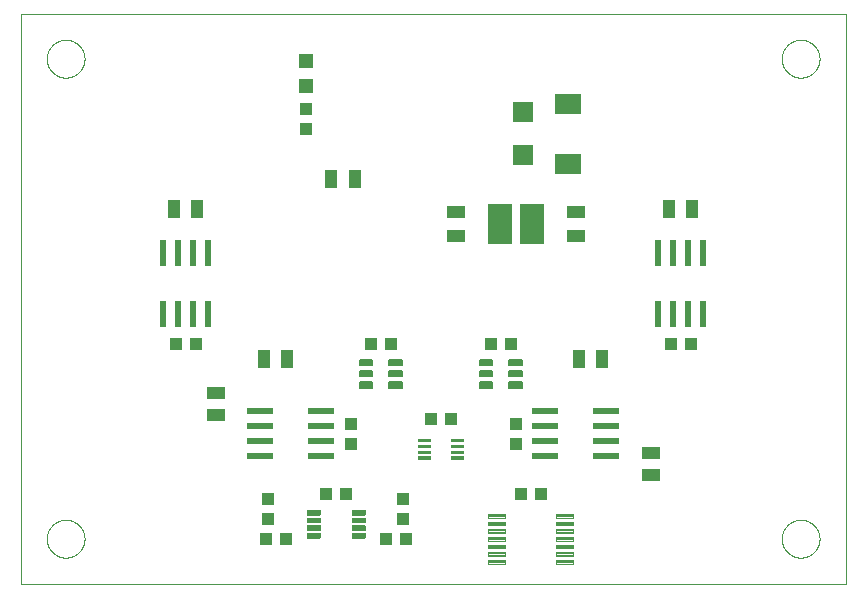
<source format=gtp>
G75*
%MOIN*%
%OFA0B0*%
%FSLAX25Y25*%
%IPPOS*%
%LPD*%
%AMOC8*
5,1,8,0,0,1.08239X$1,22.5*
%
%ADD10C,0.00000*%
%ADD11R,0.06299X0.04331*%
%ADD12R,0.04331X0.03937*%
%ADD13R,0.04331X0.06299*%
%ADD14R,0.03937X0.04331*%
%ADD15R,0.06693X0.06693*%
%ADD16R,0.08661X0.07087*%
%ADD17R,0.04724X0.04724*%
%ADD18R,0.07874X0.13780*%
%ADD19C,0.00404*%
%ADD20C,0.00266*%
%ADD21C,0.00571*%
%ADD22R,0.08661X0.02362*%
%ADD23R,0.02362X0.08661*%
%ADD24C,0.00039*%
D10*
X0001600Y0003690D02*
X0001600Y0193690D01*
X0276600Y0193690D01*
X0276600Y0003690D01*
X0001600Y0003690D01*
X0010301Y0018690D02*
X0010303Y0018848D01*
X0010309Y0019006D01*
X0010319Y0019164D01*
X0010333Y0019322D01*
X0010351Y0019479D01*
X0010372Y0019636D01*
X0010398Y0019792D01*
X0010428Y0019948D01*
X0010461Y0020103D01*
X0010499Y0020256D01*
X0010540Y0020409D01*
X0010585Y0020561D01*
X0010634Y0020712D01*
X0010687Y0020861D01*
X0010743Y0021009D01*
X0010803Y0021155D01*
X0010867Y0021300D01*
X0010935Y0021443D01*
X0011006Y0021585D01*
X0011080Y0021725D01*
X0011158Y0021862D01*
X0011240Y0021998D01*
X0011324Y0022132D01*
X0011413Y0022263D01*
X0011504Y0022392D01*
X0011599Y0022519D01*
X0011696Y0022644D01*
X0011797Y0022766D01*
X0011901Y0022885D01*
X0012008Y0023002D01*
X0012118Y0023116D01*
X0012231Y0023227D01*
X0012346Y0023336D01*
X0012464Y0023441D01*
X0012585Y0023543D01*
X0012708Y0023643D01*
X0012834Y0023739D01*
X0012962Y0023832D01*
X0013092Y0023922D01*
X0013225Y0024008D01*
X0013360Y0024092D01*
X0013496Y0024171D01*
X0013635Y0024248D01*
X0013776Y0024320D01*
X0013918Y0024390D01*
X0014062Y0024455D01*
X0014208Y0024517D01*
X0014355Y0024575D01*
X0014504Y0024630D01*
X0014654Y0024681D01*
X0014805Y0024728D01*
X0014957Y0024771D01*
X0015110Y0024810D01*
X0015265Y0024846D01*
X0015420Y0024877D01*
X0015576Y0024905D01*
X0015732Y0024929D01*
X0015889Y0024949D01*
X0016047Y0024965D01*
X0016204Y0024977D01*
X0016363Y0024985D01*
X0016521Y0024989D01*
X0016679Y0024989D01*
X0016837Y0024985D01*
X0016996Y0024977D01*
X0017153Y0024965D01*
X0017311Y0024949D01*
X0017468Y0024929D01*
X0017624Y0024905D01*
X0017780Y0024877D01*
X0017935Y0024846D01*
X0018090Y0024810D01*
X0018243Y0024771D01*
X0018395Y0024728D01*
X0018546Y0024681D01*
X0018696Y0024630D01*
X0018845Y0024575D01*
X0018992Y0024517D01*
X0019138Y0024455D01*
X0019282Y0024390D01*
X0019424Y0024320D01*
X0019565Y0024248D01*
X0019704Y0024171D01*
X0019840Y0024092D01*
X0019975Y0024008D01*
X0020108Y0023922D01*
X0020238Y0023832D01*
X0020366Y0023739D01*
X0020492Y0023643D01*
X0020615Y0023543D01*
X0020736Y0023441D01*
X0020854Y0023336D01*
X0020969Y0023227D01*
X0021082Y0023116D01*
X0021192Y0023002D01*
X0021299Y0022885D01*
X0021403Y0022766D01*
X0021504Y0022644D01*
X0021601Y0022519D01*
X0021696Y0022392D01*
X0021787Y0022263D01*
X0021876Y0022132D01*
X0021960Y0021998D01*
X0022042Y0021862D01*
X0022120Y0021725D01*
X0022194Y0021585D01*
X0022265Y0021443D01*
X0022333Y0021300D01*
X0022397Y0021155D01*
X0022457Y0021009D01*
X0022513Y0020861D01*
X0022566Y0020712D01*
X0022615Y0020561D01*
X0022660Y0020409D01*
X0022701Y0020256D01*
X0022739Y0020103D01*
X0022772Y0019948D01*
X0022802Y0019792D01*
X0022828Y0019636D01*
X0022849Y0019479D01*
X0022867Y0019322D01*
X0022881Y0019164D01*
X0022891Y0019006D01*
X0022897Y0018848D01*
X0022899Y0018690D01*
X0022897Y0018532D01*
X0022891Y0018374D01*
X0022881Y0018216D01*
X0022867Y0018058D01*
X0022849Y0017901D01*
X0022828Y0017744D01*
X0022802Y0017588D01*
X0022772Y0017432D01*
X0022739Y0017277D01*
X0022701Y0017124D01*
X0022660Y0016971D01*
X0022615Y0016819D01*
X0022566Y0016668D01*
X0022513Y0016519D01*
X0022457Y0016371D01*
X0022397Y0016225D01*
X0022333Y0016080D01*
X0022265Y0015937D01*
X0022194Y0015795D01*
X0022120Y0015655D01*
X0022042Y0015518D01*
X0021960Y0015382D01*
X0021876Y0015248D01*
X0021787Y0015117D01*
X0021696Y0014988D01*
X0021601Y0014861D01*
X0021504Y0014736D01*
X0021403Y0014614D01*
X0021299Y0014495D01*
X0021192Y0014378D01*
X0021082Y0014264D01*
X0020969Y0014153D01*
X0020854Y0014044D01*
X0020736Y0013939D01*
X0020615Y0013837D01*
X0020492Y0013737D01*
X0020366Y0013641D01*
X0020238Y0013548D01*
X0020108Y0013458D01*
X0019975Y0013372D01*
X0019840Y0013288D01*
X0019704Y0013209D01*
X0019565Y0013132D01*
X0019424Y0013060D01*
X0019282Y0012990D01*
X0019138Y0012925D01*
X0018992Y0012863D01*
X0018845Y0012805D01*
X0018696Y0012750D01*
X0018546Y0012699D01*
X0018395Y0012652D01*
X0018243Y0012609D01*
X0018090Y0012570D01*
X0017935Y0012534D01*
X0017780Y0012503D01*
X0017624Y0012475D01*
X0017468Y0012451D01*
X0017311Y0012431D01*
X0017153Y0012415D01*
X0016996Y0012403D01*
X0016837Y0012395D01*
X0016679Y0012391D01*
X0016521Y0012391D01*
X0016363Y0012395D01*
X0016204Y0012403D01*
X0016047Y0012415D01*
X0015889Y0012431D01*
X0015732Y0012451D01*
X0015576Y0012475D01*
X0015420Y0012503D01*
X0015265Y0012534D01*
X0015110Y0012570D01*
X0014957Y0012609D01*
X0014805Y0012652D01*
X0014654Y0012699D01*
X0014504Y0012750D01*
X0014355Y0012805D01*
X0014208Y0012863D01*
X0014062Y0012925D01*
X0013918Y0012990D01*
X0013776Y0013060D01*
X0013635Y0013132D01*
X0013496Y0013209D01*
X0013360Y0013288D01*
X0013225Y0013372D01*
X0013092Y0013458D01*
X0012962Y0013548D01*
X0012834Y0013641D01*
X0012708Y0013737D01*
X0012585Y0013837D01*
X0012464Y0013939D01*
X0012346Y0014044D01*
X0012231Y0014153D01*
X0012118Y0014264D01*
X0012008Y0014378D01*
X0011901Y0014495D01*
X0011797Y0014614D01*
X0011696Y0014736D01*
X0011599Y0014861D01*
X0011504Y0014988D01*
X0011413Y0015117D01*
X0011324Y0015248D01*
X0011240Y0015382D01*
X0011158Y0015518D01*
X0011080Y0015655D01*
X0011006Y0015795D01*
X0010935Y0015937D01*
X0010867Y0016080D01*
X0010803Y0016225D01*
X0010743Y0016371D01*
X0010687Y0016519D01*
X0010634Y0016668D01*
X0010585Y0016819D01*
X0010540Y0016971D01*
X0010499Y0017124D01*
X0010461Y0017277D01*
X0010428Y0017432D01*
X0010398Y0017588D01*
X0010372Y0017744D01*
X0010351Y0017901D01*
X0010333Y0018058D01*
X0010319Y0018216D01*
X0010309Y0018374D01*
X0010303Y0018532D01*
X0010301Y0018690D01*
X0010301Y0178690D02*
X0010303Y0178848D01*
X0010309Y0179006D01*
X0010319Y0179164D01*
X0010333Y0179322D01*
X0010351Y0179479D01*
X0010372Y0179636D01*
X0010398Y0179792D01*
X0010428Y0179948D01*
X0010461Y0180103D01*
X0010499Y0180256D01*
X0010540Y0180409D01*
X0010585Y0180561D01*
X0010634Y0180712D01*
X0010687Y0180861D01*
X0010743Y0181009D01*
X0010803Y0181155D01*
X0010867Y0181300D01*
X0010935Y0181443D01*
X0011006Y0181585D01*
X0011080Y0181725D01*
X0011158Y0181862D01*
X0011240Y0181998D01*
X0011324Y0182132D01*
X0011413Y0182263D01*
X0011504Y0182392D01*
X0011599Y0182519D01*
X0011696Y0182644D01*
X0011797Y0182766D01*
X0011901Y0182885D01*
X0012008Y0183002D01*
X0012118Y0183116D01*
X0012231Y0183227D01*
X0012346Y0183336D01*
X0012464Y0183441D01*
X0012585Y0183543D01*
X0012708Y0183643D01*
X0012834Y0183739D01*
X0012962Y0183832D01*
X0013092Y0183922D01*
X0013225Y0184008D01*
X0013360Y0184092D01*
X0013496Y0184171D01*
X0013635Y0184248D01*
X0013776Y0184320D01*
X0013918Y0184390D01*
X0014062Y0184455D01*
X0014208Y0184517D01*
X0014355Y0184575D01*
X0014504Y0184630D01*
X0014654Y0184681D01*
X0014805Y0184728D01*
X0014957Y0184771D01*
X0015110Y0184810D01*
X0015265Y0184846D01*
X0015420Y0184877D01*
X0015576Y0184905D01*
X0015732Y0184929D01*
X0015889Y0184949D01*
X0016047Y0184965D01*
X0016204Y0184977D01*
X0016363Y0184985D01*
X0016521Y0184989D01*
X0016679Y0184989D01*
X0016837Y0184985D01*
X0016996Y0184977D01*
X0017153Y0184965D01*
X0017311Y0184949D01*
X0017468Y0184929D01*
X0017624Y0184905D01*
X0017780Y0184877D01*
X0017935Y0184846D01*
X0018090Y0184810D01*
X0018243Y0184771D01*
X0018395Y0184728D01*
X0018546Y0184681D01*
X0018696Y0184630D01*
X0018845Y0184575D01*
X0018992Y0184517D01*
X0019138Y0184455D01*
X0019282Y0184390D01*
X0019424Y0184320D01*
X0019565Y0184248D01*
X0019704Y0184171D01*
X0019840Y0184092D01*
X0019975Y0184008D01*
X0020108Y0183922D01*
X0020238Y0183832D01*
X0020366Y0183739D01*
X0020492Y0183643D01*
X0020615Y0183543D01*
X0020736Y0183441D01*
X0020854Y0183336D01*
X0020969Y0183227D01*
X0021082Y0183116D01*
X0021192Y0183002D01*
X0021299Y0182885D01*
X0021403Y0182766D01*
X0021504Y0182644D01*
X0021601Y0182519D01*
X0021696Y0182392D01*
X0021787Y0182263D01*
X0021876Y0182132D01*
X0021960Y0181998D01*
X0022042Y0181862D01*
X0022120Y0181725D01*
X0022194Y0181585D01*
X0022265Y0181443D01*
X0022333Y0181300D01*
X0022397Y0181155D01*
X0022457Y0181009D01*
X0022513Y0180861D01*
X0022566Y0180712D01*
X0022615Y0180561D01*
X0022660Y0180409D01*
X0022701Y0180256D01*
X0022739Y0180103D01*
X0022772Y0179948D01*
X0022802Y0179792D01*
X0022828Y0179636D01*
X0022849Y0179479D01*
X0022867Y0179322D01*
X0022881Y0179164D01*
X0022891Y0179006D01*
X0022897Y0178848D01*
X0022899Y0178690D01*
X0022897Y0178532D01*
X0022891Y0178374D01*
X0022881Y0178216D01*
X0022867Y0178058D01*
X0022849Y0177901D01*
X0022828Y0177744D01*
X0022802Y0177588D01*
X0022772Y0177432D01*
X0022739Y0177277D01*
X0022701Y0177124D01*
X0022660Y0176971D01*
X0022615Y0176819D01*
X0022566Y0176668D01*
X0022513Y0176519D01*
X0022457Y0176371D01*
X0022397Y0176225D01*
X0022333Y0176080D01*
X0022265Y0175937D01*
X0022194Y0175795D01*
X0022120Y0175655D01*
X0022042Y0175518D01*
X0021960Y0175382D01*
X0021876Y0175248D01*
X0021787Y0175117D01*
X0021696Y0174988D01*
X0021601Y0174861D01*
X0021504Y0174736D01*
X0021403Y0174614D01*
X0021299Y0174495D01*
X0021192Y0174378D01*
X0021082Y0174264D01*
X0020969Y0174153D01*
X0020854Y0174044D01*
X0020736Y0173939D01*
X0020615Y0173837D01*
X0020492Y0173737D01*
X0020366Y0173641D01*
X0020238Y0173548D01*
X0020108Y0173458D01*
X0019975Y0173372D01*
X0019840Y0173288D01*
X0019704Y0173209D01*
X0019565Y0173132D01*
X0019424Y0173060D01*
X0019282Y0172990D01*
X0019138Y0172925D01*
X0018992Y0172863D01*
X0018845Y0172805D01*
X0018696Y0172750D01*
X0018546Y0172699D01*
X0018395Y0172652D01*
X0018243Y0172609D01*
X0018090Y0172570D01*
X0017935Y0172534D01*
X0017780Y0172503D01*
X0017624Y0172475D01*
X0017468Y0172451D01*
X0017311Y0172431D01*
X0017153Y0172415D01*
X0016996Y0172403D01*
X0016837Y0172395D01*
X0016679Y0172391D01*
X0016521Y0172391D01*
X0016363Y0172395D01*
X0016204Y0172403D01*
X0016047Y0172415D01*
X0015889Y0172431D01*
X0015732Y0172451D01*
X0015576Y0172475D01*
X0015420Y0172503D01*
X0015265Y0172534D01*
X0015110Y0172570D01*
X0014957Y0172609D01*
X0014805Y0172652D01*
X0014654Y0172699D01*
X0014504Y0172750D01*
X0014355Y0172805D01*
X0014208Y0172863D01*
X0014062Y0172925D01*
X0013918Y0172990D01*
X0013776Y0173060D01*
X0013635Y0173132D01*
X0013496Y0173209D01*
X0013360Y0173288D01*
X0013225Y0173372D01*
X0013092Y0173458D01*
X0012962Y0173548D01*
X0012834Y0173641D01*
X0012708Y0173737D01*
X0012585Y0173837D01*
X0012464Y0173939D01*
X0012346Y0174044D01*
X0012231Y0174153D01*
X0012118Y0174264D01*
X0012008Y0174378D01*
X0011901Y0174495D01*
X0011797Y0174614D01*
X0011696Y0174736D01*
X0011599Y0174861D01*
X0011504Y0174988D01*
X0011413Y0175117D01*
X0011324Y0175248D01*
X0011240Y0175382D01*
X0011158Y0175518D01*
X0011080Y0175655D01*
X0011006Y0175795D01*
X0010935Y0175937D01*
X0010867Y0176080D01*
X0010803Y0176225D01*
X0010743Y0176371D01*
X0010687Y0176519D01*
X0010634Y0176668D01*
X0010585Y0176819D01*
X0010540Y0176971D01*
X0010499Y0177124D01*
X0010461Y0177277D01*
X0010428Y0177432D01*
X0010398Y0177588D01*
X0010372Y0177744D01*
X0010351Y0177901D01*
X0010333Y0178058D01*
X0010319Y0178216D01*
X0010309Y0178374D01*
X0010303Y0178532D01*
X0010301Y0178690D01*
X0255301Y0178690D02*
X0255303Y0178848D01*
X0255309Y0179006D01*
X0255319Y0179164D01*
X0255333Y0179322D01*
X0255351Y0179479D01*
X0255372Y0179636D01*
X0255398Y0179792D01*
X0255428Y0179948D01*
X0255461Y0180103D01*
X0255499Y0180256D01*
X0255540Y0180409D01*
X0255585Y0180561D01*
X0255634Y0180712D01*
X0255687Y0180861D01*
X0255743Y0181009D01*
X0255803Y0181155D01*
X0255867Y0181300D01*
X0255935Y0181443D01*
X0256006Y0181585D01*
X0256080Y0181725D01*
X0256158Y0181862D01*
X0256240Y0181998D01*
X0256324Y0182132D01*
X0256413Y0182263D01*
X0256504Y0182392D01*
X0256599Y0182519D01*
X0256696Y0182644D01*
X0256797Y0182766D01*
X0256901Y0182885D01*
X0257008Y0183002D01*
X0257118Y0183116D01*
X0257231Y0183227D01*
X0257346Y0183336D01*
X0257464Y0183441D01*
X0257585Y0183543D01*
X0257708Y0183643D01*
X0257834Y0183739D01*
X0257962Y0183832D01*
X0258092Y0183922D01*
X0258225Y0184008D01*
X0258360Y0184092D01*
X0258496Y0184171D01*
X0258635Y0184248D01*
X0258776Y0184320D01*
X0258918Y0184390D01*
X0259062Y0184455D01*
X0259208Y0184517D01*
X0259355Y0184575D01*
X0259504Y0184630D01*
X0259654Y0184681D01*
X0259805Y0184728D01*
X0259957Y0184771D01*
X0260110Y0184810D01*
X0260265Y0184846D01*
X0260420Y0184877D01*
X0260576Y0184905D01*
X0260732Y0184929D01*
X0260889Y0184949D01*
X0261047Y0184965D01*
X0261204Y0184977D01*
X0261363Y0184985D01*
X0261521Y0184989D01*
X0261679Y0184989D01*
X0261837Y0184985D01*
X0261996Y0184977D01*
X0262153Y0184965D01*
X0262311Y0184949D01*
X0262468Y0184929D01*
X0262624Y0184905D01*
X0262780Y0184877D01*
X0262935Y0184846D01*
X0263090Y0184810D01*
X0263243Y0184771D01*
X0263395Y0184728D01*
X0263546Y0184681D01*
X0263696Y0184630D01*
X0263845Y0184575D01*
X0263992Y0184517D01*
X0264138Y0184455D01*
X0264282Y0184390D01*
X0264424Y0184320D01*
X0264565Y0184248D01*
X0264704Y0184171D01*
X0264840Y0184092D01*
X0264975Y0184008D01*
X0265108Y0183922D01*
X0265238Y0183832D01*
X0265366Y0183739D01*
X0265492Y0183643D01*
X0265615Y0183543D01*
X0265736Y0183441D01*
X0265854Y0183336D01*
X0265969Y0183227D01*
X0266082Y0183116D01*
X0266192Y0183002D01*
X0266299Y0182885D01*
X0266403Y0182766D01*
X0266504Y0182644D01*
X0266601Y0182519D01*
X0266696Y0182392D01*
X0266787Y0182263D01*
X0266876Y0182132D01*
X0266960Y0181998D01*
X0267042Y0181862D01*
X0267120Y0181725D01*
X0267194Y0181585D01*
X0267265Y0181443D01*
X0267333Y0181300D01*
X0267397Y0181155D01*
X0267457Y0181009D01*
X0267513Y0180861D01*
X0267566Y0180712D01*
X0267615Y0180561D01*
X0267660Y0180409D01*
X0267701Y0180256D01*
X0267739Y0180103D01*
X0267772Y0179948D01*
X0267802Y0179792D01*
X0267828Y0179636D01*
X0267849Y0179479D01*
X0267867Y0179322D01*
X0267881Y0179164D01*
X0267891Y0179006D01*
X0267897Y0178848D01*
X0267899Y0178690D01*
X0267897Y0178532D01*
X0267891Y0178374D01*
X0267881Y0178216D01*
X0267867Y0178058D01*
X0267849Y0177901D01*
X0267828Y0177744D01*
X0267802Y0177588D01*
X0267772Y0177432D01*
X0267739Y0177277D01*
X0267701Y0177124D01*
X0267660Y0176971D01*
X0267615Y0176819D01*
X0267566Y0176668D01*
X0267513Y0176519D01*
X0267457Y0176371D01*
X0267397Y0176225D01*
X0267333Y0176080D01*
X0267265Y0175937D01*
X0267194Y0175795D01*
X0267120Y0175655D01*
X0267042Y0175518D01*
X0266960Y0175382D01*
X0266876Y0175248D01*
X0266787Y0175117D01*
X0266696Y0174988D01*
X0266601Y0174861D01*
X0266504Y0174736D01*
X0266403Y0174614D01*
X0266299Y0174495D01*
X0266192Y0174378D01*
X0266082Y0174264D01*
X0265969Y0174153D01*
X0265854Y0174044D01*
X0265736Y0173939D01*
X0265615Y0173837D01*
X0265492Y0173737D01*
X0265366Y0173641D01*
X0265238Y0173548D01*
X0265108Y0173458D01*
X0264975Y0173372D01*
X0264840Y0173288D01*
X0264704Y0173209D01*
X0264565Y0173132D01*
X0264424Y0173060D01*
X0264282Y0172990D01*
X0264138Y0172925D01*
X0263992Y0172863D01*
X0263845Y0172805D01*
X0263696Y0172750D01*
X0263546Y0172699D01*
X0263395Y0172652D01*
X0263243Y0172609D01*
X0263090Y0172570D01*
X0262935Y0172534D01*
X0262780Y0172503D01*
X0262624Y0172475D01*
X0262468Y0172451D01*
X0262311Y0172431D01*
X0262153Y0172415D01*
X0261996Y0172403D01*
X0261837Y0172395D01*
X0261679Y0172391D01*
X0261521Y0172391D01*
X0261363Y0172395D01*
X0261204Y0172403D01*
X0261047Y0172415D01*
X0260889Y0172431D01*
X0260732Y0172451D01*
X0260576Y0172475D01*
X0260420Y0172503D01*
X0260265Y0172534D01*
X0260110Y0172570D01*
X0259957Y0172609D01*
X0259805Y0172652D01*
X0259654Y0172699D01*
X0259504Y0172750D01*
X0259355Y0172805D01*
X0259208Y0172863D01*
X0259062Y0172925D01*
X0258918Y0172990D01*
X0258776Y0173060D01*
X0258635Y0173132D01*
X0258496Y0173209D01*
X0258360Y0173288D01*
X0258225Y0173372D01*
X0258092Y0173458D01*
X0257962Y0173548D01*
X0257834Y0173641D01*
X0257708Y0173737D01*
X0257585Y0173837D01*
X0257464Y0173939D01*
X0257346Y0174044D01*
X0257231Y0174153D01*
X0257118Y0174264D01*
X0257008Y0174378D01*
X0256901Y0174495D01*
X0256797Y0174614D01*
X0256696Y0174736D01*
X0256599Y0174861D01*
X0256504Y0174988D01*
X0256413Y0175117D01*
X0256324Y0175248D01*
X0256240Y0175382D01*
X0256158Y0175518D01*
X0256080Y0175655D01*
X0256006Y0175795D01*
X0255935Y0175937D01*
X0255867Y0176080D01*
X0255803Y0176225D01*
X0255743Y0176371D01*
X0255687Y0176519D01*
X0255634Y0176668D01*
X0255585Y0176819D01*
X0255540Y0176971D01*
X0255499Y0177124D01*
X0255461Y0177277D01*
X0255428Y0177432D01*
X0255398Y0177588D01*
X0255372Y0177744D01*
X0255351Y0177901D01*
X0255333Y0178058D01*
X0255319Y0178216D01*
X0255309Y0178374D01*
X0255303Y0178532D01*
X0255301Y0178690D01*
X0255301Y0018690D02*
X0255303Y0018848D01*
X0255309Y0019006D01*
X0255319Y0019164D01*
X0255333Y0019322D01*
X0255351Y0019479D01*
X0255372Y0019636D01*
X0255398Y0019792D01*
X0255428Y0019948D01*
X0255461Y0020103D01*
X0255499Y0020256D01*
X0255540Y0020409D01*
X0255585Y0020561D01*
X0255634Y0020712D01*
X0255687Y0020861D01*
X0255743Y0021009D01*
X0255803Y0021155D01*
X0255867Y0021300D01*
X0255935Y0021443D01*
X0256006Y0021585D01*
X0256080Y0021725D01*
X0256158Y0021862D01*
X0256240Y0021998D01*
X0256324Y0022132D01*
X0256413Y0022263D01*
X0256504Y0022392D01*
X0256599Y0022519D01*
X0256696Y0022644D01*
X0256797Y0022766D01*
X0256901Y0022885D01*
X0257008Y0023002D01*
X0257118Y0023116D01*
X0257231Y0023227D01*
X0257346Y0023336D01*
X0257464Y0023441D01*
X0257585Y0023543D01*
X0257708Y0023643D01*
X0257834Y0023739D01*
X0257962Y0023832D01*
X0258092Y0023922D01*
X0258225Y0024008D01*
X0258360Y0024092D01*
X0258496Y0024171D01*
X0258635Y0024248D01*
X0258776Y0024320D01*
X0258918Y0024390D01*
X0259062Y0024455D01*
X0259208Y0024517D01*
X0259355Y0024575D01*
X0259504Y0024630D01*
X0259654Y0024681D01*
X0259805Y0024728D01*
X0259957Y0024771D01*
X0260110Y0024810D01*
X0260265Y0024846D01*
X0260420Y0024877D01*
X0260576Y0024905D01*
X0260732Y0024929D01*
X0260889Y0024949D01*
X0261047Y0024965D01*
X0261204Y0024977D01*
X0261363Y0024985D01*
X0261521Y0024989D01*
X0261679Y0024989D01*
X0261837Y0024985D01*
X0261996Y0024977D01*
X0262153Y0024965D01*
X0262311Y0024949D01*
X0262468Y0024929D01*
X0262624Y0024905D01*
X0262780Y0024877D01*
X0262935Y0024846D01*
X0263090Y0024810D01*
X0263243Y0024771D01*
X0263395Y0024728D01*
X0263546Y0024681D01*
X0263696Y0024630D01*
X0263845Y0024575D01*
X0263992Y0024517D01*
X0264138Y0024455D01*
X0264282Y0024390D01*
X0264424Y0024320D01*
X0264565Y0024248D01*
X0264704Y0024171D01*
X0264840Y0024092D01*
X0264975Y0024008D01*
X0265108Y0023922D01*
X0265238Y0023832D01*
X0265366Y0023739D01*
X0265492Y0023643D01*
X0265615Y0023543D01*
X0265736Y0023441D01*
X0265854Y0023336D01*
X0265969Y0023227D01*
X0266082Y0023116D01*
X0266192Y0023002D01*
X0266299Y0022885D01*
X0266403Y0022766D01*
X0266504Y0022644D01*
X0266601Y0022519D01*
X0266696Y0022392D01*
X0266787Y0022263D01*
X0266876Y0022132D01*
X0266960Y0021998D01*
X0267042Y0021862D01*
X0267120Y0021725D01*
X0267194Y0021585D01*
X0267265Y0021443D01*
X0267333Y0021300D01*
X0267397Y0021155D01*
X0267457Y0021009D01*
X0267513Y0020861D01*
X0267566Y0020712D01*
X0267615Y0020561D01*
X0267660Y0020409D01*
X0267701Y0020256D01*
X0267739Y0020103D01*
X0267772Y0019948D01*
X0267802Y0019792D01*
X0267828Y0019636D01*
X0267849Y0019479D01*
X0267867Y0019322D01*
X0267881Y0019164D01*
X0267891Y0019006D01*
X0267897Y0018848D01*
X0267899Y0018690D01*
X0267897Y0018532D01*
X0267891Y0018374D01*
X0267881Y0018216D01*
X0267867Y0018058D01*
X0267849Y0017901D01*
X0267828Y0017744D01*
X0267802Y0017588D01*
X0267772Y0017432D01*
X0267739Y0017277D01*
X0267701Y0017124D01*
X0267660Y0016971D01*
X0267615Y0016819D01*
X0267566Y0016668D01*
X0267513Y0016519D01*
X0267457Y0016371D01*
X0267397Y0016225D01*
X0267333Y0016080D01*
X0267265Y0015937D01*
X0267194Y0015795D01*
X0267120Y0015655D01*
X0267042Y0015518D01*
X0266960Y0015382D01*
X0266876Y0015248D01*
X0266787Y0015117D01*
X0266696Y0014988D01*
X0266601Y0014861D01*
X0266504Y0014736D01*
X0266403Y0014614D01*
X0266299Y0014495D01*
X0266192Y0014378D01*
X0266082Y0014264D01*
X0265969Y0014153D01*
X0265854Y0014044D01*
X0265736Y0013939D01*
X0265615Y0013837D01*
X0265492Y0013737D01*
X0265366Y0013641D01*
X0265238Y0013548D01*
X0265108Y0013458D01*
X0264975Y0013372D01*
X0264840Y0013288D01*
X0264704Y0013209D01*
X0264565Y0013132D01*
X0264424Y0013060D01*
X0264282Y0012990D01*
X0264138Y0012925D01*
X0263992Y0012863D01*
X0263845Y0012805D01*
X0263696Y0012750D01*
X0263546Y0012699D01*
X0263395Y0012652D01*
X0263243Y0012609D01*
X0263090Y0012570D01*
X0262935Y0012534D01*
X0262780Y0012503D01*
X0262624Y0012475D01*
X0262468Y0012451D01*
X0262311Y0012431D01*
X0262153Y0012415D01*
X0261996Y0012403D01*
X0261837Y0012395D01*
X0261679Y0012391D01*
X0261521Y0012391D01*
X0261363Y0012395D01*
X0261204Y0012403D01*
X0261047Y0012415D01*
X0260889Y0012431D01*
X0260732Y0012451D01*
X0260576Y0012475D01*
X0260420Y0012503D01*
X0260265Y0012534D01*
X0260110Y0012570D01*
X0259957Y0012609D01*
X0259805Y0012652D01*
X0259654Y0012699D01*
X0259504Y0012750D01*
X0259355Y0012805D01*
X0259208Y0012863D01*
X0259062Y0012925D01*
X0258918Y0012990D01*
X0258776Y0013060D01*
X0258635Y0013132D01*
X0258496Y0013209D01*
X0258360Y0013288D01*
X0258225Y0013372D01*
X0258092Y0013458D01*
X0257962Y0013548D01*
X0257834Y0013641D01*
X0257708Y0013737D01*
X0257585Y0013837D01*
X0257464Y0013939D01*
X0257346Y0014044D01*
X0257231Y0014153D01*
X0257118Y0014264D01*
X0257008Y0014378D01*
X0256901Y0014495D01*
X0256797Y0014614D01*
X0256696Y0014736D01*
X0256599Y0014861D01*
X0256504Y0014988D01*
X0256413Y0015117D01*
X0256324Y0015248D01*
X0256240Y0015382D01*
X0256158Y0015518D01*
X0256080Y0015655D01*
X0256006Y0015795D01*
X0255935Y0015937D01*
X0255867Y0016080D01*
X0255803Y0016225D01*
X0255743Y0016371D01*
X0255687Y0016519D01*
X0255634Y0016668D01*
X0255585Y0016819D01*
X0255540Y0016971D01*
X0255499Y0017124D01*
X0255461Y0017277D01*
X0255428Y0017432D01*
X0255398Y0017588D01*
X0255372Y0017744D01*
X0255351Y0017901D01*
X0255333Y0018058D01*
X0255319Y0018216D01*
X0255309Y0018374D01*
X0255303Y0018532D01*
X0255301Y0018690D01*
D11*
X0211600Y0039950D03*
X0211600Y0047430D03*
X0186600Y0119753D03*
X0186600Y0127627D03*
X0146600Y0127627D03*
X0146600Y0119753D03*
X0066600Y0067430D03*
X0066600Y0059950D03*
D12*
X0059946Y0083690D03*
X0053254Y0083690D03*
X0118254Y0083690D03*
X0124946Y0083690D03*
X0138254Y0058690D03*
X0144946Y0058690D03*
X0158254Y0083690D03*
X0164946Y0083690D03*
X0218254Y0083690D03*
X0224946Y0083690D03*
X0174946Y0033690D03*
X0168254Y0033690D03*
X0129946Y0018690D03*
X0123254Y0018690D03*
X0109946Y0033690D03*
X0103254Y0033690D03*
X0089946Y0018690D03*
X0083254Y0018690D03*
D13*
X0082663Y0078690D03*
X0090537Y0078690D03*
X0060340Y0128690D03*
X0052860Y0128690D03*
X0105163Y0138690D03*
X0113037Y0138690D03*
X0187663Y0078690D03*
X0195537Y0078690D03*
X0217860Y0128690D03*
X0225340Y0128690D03*
D14*
X0166600Y0057037D03*
X0166600Y0050344D03*
X0129100Y0032037D03*
X0129100Y0025344D03*
X0111600Y0050344D03*
X0111600Y0057037D03*
X0084100Y0032037D03*
X0084100Y0025344D03*
X0096600Y0155344D03*
X0096600Y0162037D03*
D15*
X0169100Y0160777D03*
X0169100Y0146604D03*
D16*
X0184100Y0143651D03*
X0184100Y0163730D03*
D17*
X0096600Y0169556D03*
X0096600Y0177824D03*
D18*
X0161285Y0123690D03*
X0171915Y0123690D03*
D19*
X0180011Y0025762D02*
X0185787Y0025762D01*
X0180011Y0025762D02*
X0180011Y0026972D01*
X0185787Y0026972D01*
X0185787Y0025762D01*
X0185787Y0026165D02*
X0180011Y0026165D01*
X0180011Y0026568D02*
X0185787Y0026568D01*
X0185787Y0026971D02*
X0180011Y0026971D01*
X0180011Y0023203D02*
X0185787Y0023203D01*
X0180011Y0023203D02*
X0180011Y0024413D01*
X0185787Y0024413D01*
X0185787Y0023203D01*
X0185787Y0023606D02*
X0180011Y0023606D01*
X0180011Y0024009D02*
X0185787Y0024009D01*
X0185787Y0024412D02*
X0180011Y0024412D01*
X0180011Y0020644D02*
X0185787Y0020644D01*
X0180011Y0020644D02*
X0180011Y0021854D01*
X0185787Y0021854D01*
X0185787Y0020644D01*
X0185787Y0021047D02*
X0180011Y0021047D01*
X0180011Y0021450D02*
X0185787Y0021450D01*
X0185787Y0021853D02*
X0180011Y0021853D01*
X0180011Y0018085D02*
X0185787Y0018085D01*
X0180011Y0018085D02*
X0180011Y0019295D01*
X0185787Y0019295D01*
X0185787Y0018085D01*
X0185787Y0018488D02*
X0180011Y0018488D01*
X0180011Y0018891D02*
X0185787Y0018891D01*
X0185787Y0019294D02*
X0180011Y0019294D01*
X0180011Y0015526D02*
X0185787Y0015526D01*
X0180011Y0015526D02*
X0180011Y0016736D01*
X0185787Y0016736D01*
X0185787Y0015526D01*
X0185787Y0015929D02*
X0180011Y0015929D01*
X0180011Y0016332D02*
X0185787Y0016332D01*
X0185787Y0016735D02*
X0180011Y0016735D01*
X0180011Y0012967D02*
X0185787Y0012967D01*
X0180011Y0012967D02*
X0180011Y0014177D01*
X0185787Y0014177D01*
X0185787Y0012967D01*
X0185787Y0013370D02*
X0180011Y0013370D01*
X0180011Y0013773D02*
X0185787Y0013773D01*
X0185787Y0014176D02*
X0180011Y0014176D01*
X0180011Y0010408D02*
X0185787Y0010408D01*
X0180011Y0010408D02*
X0180011Y0011618D01*
X0185787Y0011618D01*
X0185787Y0010408D01*
X0185787Y0010811D02*
X0180011Y0010811D01*
X0180011Y0011214D02*
X0185787Y0011214D01*
X0185787Y0011617D02*
X0180011Y0011617D01*
X0163189Y0010408D02*
X0157413Y0010408D01*
X0157413Y0011618D01*
X0163189Y0011618D01*
X0163189Y0010408D01*
X0163189Y0010811D02*
X0157413Y0010811D01*
X0157413Y0011214D02*
X0163189Y0011214D01*
X0163189Y0011617D02*
X0157413Y0011617D01*
X0157413Y0012967D02*
X0163189Y0012967D01*
X0157413Y0012967D02*
X0157413Y0014177D01*
X0163189Y0014177D01*
X0163189Y0012967D01*
X0163189Y0013370D02*
X0157413Y0013370D01*
X0157413Y0013773D02*
X0163189Y0013773D01*
X0163189Y0014176D02*
X0157413Y0014176D01*
X0157413Y0015526D02*
X0163189Y0015526D01*
X0157413Y0015526D02*
X0157413Y0016736D01*
X0163189Y0016736D01*
X0163189Y0015526D01*
X0163189Y0015929D02*
X0157413Y0015929D01*
X0157413Y0016332D02*
X0163189Y0016332D01*
X0163189Y0016735D02*
X0157413Y0016735D01*
X0157413Y0018085D02*
X0163189Y0018085D01*
X0157413Y0018085D02*
X0157413Y0019295D01*
X0163189Y0019295D01*
X0163189Y0018085D01*
X0163189Y0018488D02*
X0157413Y0018488D01*
X0157413Y0018891D02*
X0163189Y0018891D01*
X0163189Y0019294D02*
X0157413Y0019294D01*
X0157413Y0020644D02*
X0163189Y0020644D01*
X0157413Y0020644D02*
X0157413Y0021854D01*
X0163189Y0021854D01*
X0163189Y0020644D01*
X0163189Y0021047D02*
X0157413Y0021047D01*
X0157413Y0021450D02*
X0163189Y0021450D01*
X0163189Y0021853D02*
X0157413Y0021853D01*
X0157413Y0023203D02*
X0163189Y0023203D01*
X0157413Y0023203D02*
X0157413Y0024413D01*
X0163189Y0024413D01*
X0163189Y0023203D01*
X0163189Y0023606D02*
X0157413Y0023606D01*
X0157413Y0024009D02*
X0163189Y0024009D01*
X0163189Y0024412D02*
X0157413Y0024412D01*
X0157413Y0025762D02*
X0163189Y0025762D01*
X0157413Y0025762D02*
X0157413Y0026972D01*
X0163189Y0026972D01*
X0163189Y0025762D01*
X0163189Y0026165D02*
X0157413Y0026165D01*
X0157413Y0026568D02*
X0163189Y0026568D01*
X0163189Y0026971D02*
X0157413Y0026971D01*
D20*
X0149202Y0045340D02*
X0145060Y0045340D01*
X0145060Y0046136D01*
X0149202Y0046136D01*
X0149202Y0045340D01*
X0149202Y0045605D02*
X0145060Y0045605D01*
X0145060Y0045870D02*
X0149202Y0045870D01*
X0149202Y0046135D02*
X0145060Y0046135D01*
X0145060Y0047308D02*
X0149202Y0047308D01*
X0145060Y0047308D02*
X0145060Y0048104D01*
X0149202Y0048104D01*
X0149202Y0047308D01*
X0149202Y0047573D02*
X0145060Y0047573D01*
X0145060Y0047838D02*
X0149202Y0047838D01*
X0149202Y0048103D02*
X0145060Y0048103D01*
X0145060Y0049277D02*
X0149202Y0049277D01*
X0145060Y0049277D02*
X0145060Y0050073D01*
X0149202Y0050073D01*
X0149202Y0049277D01*
X0149202Y0049542D02*
X0145060Y0049542D01*
X0145060Y0049807D02*
X0149202Y0049807D01*
X0149202Y0050072D02*
X0145060Y0050072D01*
X0145060Y0051245D02*
X0149202Y0051245D01*
X0145060Y0051245D02*
X0145060Y0052041D01*
X0149202Y0052041D01*
X0149202Y0051245D01*
X0149202Y0051510D02*
X0145060Y0051510D01*
X0145060Y0051775D02*
X0149202Y0051775D01*
X0149202Y0052040D02*
X0145060Y0052040D01*
X0138140Y0051245D02*
X0133998Y0051245D01*
X0133998Y0052041D01*
X0138140Y0052041D01*
X0138140Y0051245D01*
X0138140Y0051510D02*
X0133998Y0051510D01*
X0133998Y0051775D02*
X0138140Y0051775D01*
X0138140Y0052040D02*
X0133998Y0052040D01*
X0133998Y0049277D02*
X0138140Y0049277D01*
X0133998Y0049277D02*
X0133998Y0050073D01*
X0138140Y0050073D01*
X0138140Y0049277D01*
X0138140Y0049542D02*
X0133998Y0049542D01*
X0133998Y0049807D02*
X0138140Y0049807D01*
X0138140Y0050072D02*
X0133998Y0050072D01*
X0133998Y0047308D02*
X0138140Y0047308D01*
X0133998Y0047308D02*
X0133998Y0048104D01*
X0138140Y0048104D01*
X0138140Y0047308D01*
X0138140Y0047573D02*
X0133998Y0047573D01*
X0133998Y0047838D02*
X0138140Y0047838D01*
X0138140Y0048103D02*
X0133998Y0048103D01*
X0133998Y0045340D02*
X0138140Y0045340D01*
X0133998Y0045340D02*
X0133998Y0046136D01*
X0138140Y0046136D01*
X0138140Y0045340D01*
X0138140Y0045605D02*
X0133998Y0045605D01*
X0133998Y0045870D02*
X0138140Y0045870D01*
X0138140Y0046135D02*
X0133998Y0046135D01*
D21*
X0128638Y0069094D02*
X0124444Y0069094D01*
X0124444Y0070806D01*
X0128638Y0070806D01*
X0128638Y0069094D01*
X0128638Y0069664D02*
X0124444Y0069664D01*
X0124444Y0070234D02*
X0128638Y0070234D01*
X0128638Y0070804D02*
X0124444Y0070804D01*
X0124444Y0072834D02*
X0128638Y0072834D01*
X0124444Y0072834D02*
X0124444Y0074546D01*
X0128638Y0074546D01*
X0128638Y0072834D01*
X0128638Y0073404D02*
X0124444Y0073404D01*
X0124444Y0073974D02*
X0128638Y0073974D01*
X0128638Y0074544D02*
X0124444Y0074544D01*
X0124444Y0076574D02*
X0128638Y0076574D01*
X0124444Y0076574D02*
X0124444Y0078286D01*
X0128638Y0078286D01*
X0128638Y0076574D01*
X0128638Y0077144D02*
X0124444Y0077144D01*
X0124444Y0077714D02*
X0128638Y0077714D01*
X0128638Y0078284D02*
X0124444Y0078284D01*
X0118756Y0076574D02*
X0114562Y0076574D01*
X0114562Y0078286D01*
X0118756Y0078286D01*
X0118756Y0076574D01*
X0118756Y0077144D02*
X0114562Y0077144D01*
X0114562Y0077714D02*
X0118756Y0077714D01*
X0118756Y0078284D02*
X0114562Y0078284D01*
X0114562Y0072834D02*
X0118756Y0072834D01*
X0114562Y0072834D02*
X0114562Y0074546D01*
X0118756Y0074546D01*
X0118756Y0072834D01*
X0118756Y0073404D02*
X0114562Y0073404D01*
X0114562Y0073974D02*
X0118756Y0073974D01*
X0118756Y0074544D02*
X0114562Y0074544D01*
X0114562Y0069094D02*
X0118756Y0069094D01*
X0114562Y0069094D02*
X0114562Y0070806D01*
X0118756Y0070806D01*
X0118756Y0069094D01*
X0118756Y0069664D02*
X0114562Y0069664D01*
X0114562Y0070234D02*
X0118756Y0070234D01*
X0118756Y0070804D02*
X0114562Y0070804D01*
X0154562Y0069094D02*
X0158756Y0069094D01*
X0154562Y0069094D02*
X0154562Y0070806D01*
X0158756Y0070806D01*
X0158756Y0069094D01*
X0158756Y0069664D02*
X0154562Y0069664D01*
X0154562Y0070234D02*
X0158756Y0070234D01*
X0158756Y0070804D02*
X0154562Y0070804D01*
X0154562Y0072834D02*
X0158756Y0072834D01*
X0154562Y0072834D02*
X0154562Y0074546D01*
X0158756Y0074546D01*
X0158756Y0072834D01*
X0158756Y0073404D02*
X0154562Y0073404D01*
X0154562Y0073974D02*
X0158756Y0073974D01*
X0158756Y0074544D02*
X0154562Y0074544D01*
X0154562Y0076574D02*
X0158756Y0076574D01*
X0154562Y0076574D02*
X0154562Y0078286D01*
X0158756Y0078286D01*
X0158756Y0076574D01*
X0158756Y0077144D02*
X0154562Y0077144D01*
X0154562Y0077714D02*
X0158756Y0077714D01*
X0158756Y0078284D02*
X0154562Y0078284D01*
X0164444Y0076574D02*
X0168638Y0076574D01*
X0164444Y0076574D02*
X0164444Y0078286D01*
X0168638Y0078286D01*
X0168638Y0076574D01*
X0168638Y0077144D02*
X0164444Y0077144D01*
X0164444Y0077714D02*
X0168638Y0077714D01*
X0168638Y0078284D02*
X0164444Y0078284D01*
X0164444Y0072834D02*
X0168638Y0072834D01*
X0164444Y0072834D02*
X0164444Y0074546D01*
X0168638Y0074546D01*
X0168638Y0072834D01*
X0168638Y0073404D02*
X0164444Y0073404D01*
X0164444Y0073974D02*
X0168638Y0073974D01*
X0168638Y0074544D02*
X0164444Y0074544D01*
X0164444Y0069094D02*
X0168638Y0069094D01*
X0164444Y0069094D02*
X0164444Y0070806D01*
X0168638Y0070806D01*
X0168638Y0069094D01*
X0168638Y0069664D02*
X0164444Y0069664D01*
X0164444Y0070234D02*
X0168638Y0070234D01*
X0168638Y0070804D02*
X0164444Y0070804D01*
D22*
X0176364Y0061190D03*
X0176364Y0056190D03*
X0176364Y0051190D03*
X0176364Y0046190D03*
X0196836Y0046190D03*
X0196836Y0051190D03*
X0196836Y0056190D03*
X0196836Y0061190D03*
X0101836Y0061190D03*
X0101836Y0056190D03*
X0101836Y0051190D03*
X0101836Y0046190D03*
X0081364Y0046190D03*
X0081364Y0051190D03*
X0081364Y0056190D03*
X0081364Y0061190D03*
D23*
X0064100Y0093454D03*
X0059100Y0093454D03*
X0054100Y0093454D03*
X0049100Y0093454D03*
X0049100Y0113927D03*
X0054100Y0113927D03*
X0059100Y0113927D03*
X0064100Y0113927D03*
X0214100Y0113927D03*
X0219100Y0113927D03*
X0224100Y0113927D03*
X0229100Y0113927D03*
X0229100Y0093454D03*
X0224100Y0093454D03*
X0219100Y0093454D03*
X0214100Y0093454D03*
D24*
X0116231Y0028195D02*
X0116246Y0028119D01*
X0116246Y0026938D01*
X0116231Y0026863D01*
X0116188Y0026799D01*
X0116124Y0026756D01*
X0116049Y0026741D01*
X0112112Y0026741D01*
X0112036Y0026756D01*
X0111973Y0026799D01*
X0111930Y0026863D01*
X0111915Y0026938D01*
X0111915Y0028119D01*
X0111930Y0028195D01*
X0111973Y0028259D01*
X0112036Y0028301D01*
X0112112Y0028316D01*
X0116049Y0028316D01*
X0116124Y0028301D01*
X0116188Y0028259D01*
X0116231Y0028195D01*
X0116227Y0028200D02*
X0111933Y0028200D01*
X0111923Y0028162D02*
X0116237Y0028162D01*
X0116245Y0028124D02*
X0111916Y0028124D01*
X0111915Y0028086D02*
X0116246Y0028086D01*
X0116246Y0028048D02*
X0111915Y0028048D01*
X0111915Y0028010D02*
X0116246Y0028010D01*
X0116246Y0027972D02*
X0111915Y0027972D01*
X0111915Y0027934D02*
X0116246Y0027934D01*
X0116246Y0027896D02*
X0111915Y0027896D01*
X0111915Y0027859D02*
X0116246Y0027859D01*
X0116246Y0027821D02*
X0111915Y0027821D01*
X0111915Y0027783D02*
X0116246Y0027783D01*
X0116246Y0027745D02*
X0111915Y0027745D01*
X0111915Y0027707D02*
X0116246Y0027707D01*
X0116246Y0027669D02*
X0111915Y0027669D01*
X0111915Y0027631D02*
X0116246Y0027631D01*
X0116246Y0027593D02*
X0111915Y0027593D01*
X0111915Y0027556D02*
X0116246Y0027556D01*
X0116246Y0027518D02*
X0111915Y0027518D01*
X0111915Y0027480D02*
X0116246Y0027480D01*
X0116246Y0027442D02*
X0111915Y0027442D01*
X0111915Y0027404D02*
X0116246Y0027404D01*
X0116246Y0027366D02*
X0111915Y0027366D01*
X0111915Y0027328D02*
X0116246Y0027328D01*
X0116246Y0027290D02*
X0111915Y0027290D01*
X0111915Y0027253D02*
X0116246Y0027253D01*
X0116246Y0027215D02*
X0111915Y0027215D01*
X0111915Y0027177D02*
X0116246Y0027177D01*
X0116246Y0027139D02*
X0111915Y0027139D01*
X0111915Y0027101D02*
X0116246Y0027101D01*
X0116246Y0027063D02*
X0111915Y0027063D01*
X0111915Y0027025D02*
X0116246Y0027025D01*
X0116246Y0026987D02*
X0111915Y0026987D01*
X0111915Y0026949D02*
X0116246Y0026949D01*
X0116240Y0026912D02*
X0111920Y0026912D01*
X0111928Y0026874D02*
X0116233Y0026874D01*
X0116213Y0026836D02*
X0111948Y0026836D01*
X0111974Y0026798D02*
X0116186Y0026798D01*
X0116130Y0026760D02*
X0112031Y0026760D01*
X0112112Y0025757D02*
X0116049Y0025757D01*
X0116124Y0025742D01*
X0116188Y0025700D01*
X0116231Y0025636D01*
X0116246Y0025560D01*
X0116246Y0024379D01*
X0116231Y0024304D01*
X0116188Y0024240D01*
X0116124Y0024197D01*
X0116049Y0024182D01*
X0112112Y0024182D01*
X0112036Y0024197D01*
X0111973Y0024240D01*
X0111930Y0024304D01*
X0111915Y0024379D01*
X0111915Y0025560D01*
X0111930Y0025636D01*
X0111973Y0025700D01*
X0112036Y0025742D01*
X0112112Y0025757D01*
X0112029Y0025737D02*
X0116132Y0025737D01*
X0116188Y0025699D02*
X0111972Y0025699D01*
X0111947Y0025661D02*
X0116213Y0025661D01*
X0116233Y0025624D02*
X0111928Y0025624D01*
X0111920Y0025586D02*
X0116241Y0025586D01*
X0116246Y0025548D02*
X0111915Y0025548D01*
X0111915Y0025510D02*
X0116246Y0025510D01*
X0116246Y0025472D02*
X0111915Y0025472D01*
X0111915Y0025434D02*
X0116246Y0025434D01*
X0116246Y0025396D02*
X0111915Y0025396D01*
X0111915Y0025358D02*
X0116246Y0025358D01*
X0116246Y0025321D02*
X0111915Y0025321D01*
X0111915Y0025283D02*
X0116246Y0025283D01*
X0116246Y0025245D02*
X0111915Y0025245D01*
X0111915Y0025207D02*
X0116246Y0025207D01*
X0116246Y0025169D02*
X0111915Y0025169D01*
X0111915Y0025131D02*
X0116246Y0025131D01*
X0116246Y0025093D02*
X0111915Y0025093D01*
X0111915Y0025055D02*
X0116246Y0025055D01*
X0116246Y0025018D02*
X0111915Y0025018D01*
X0111915Y0024980D02*
X0116246Y0024980D01*
X0116246Y0024942D02*
X0111915Y0024942D01*
X0111915Y0024904D02*
X0116246Y0024904D01*
X0116246Y0024866D02*
X0111915Y0024866D01*
X0111915Y0024828D02*
X0116246Y0024828D01*
X0116246Y0024790D02*
X0111915Y0024790D01*
X0111915Y0024752D02*
X0116246Y0024752D01*
X0116246Y0024714D02*
X0111915Y0024714D01*
X0111915Y0024677D02*
X0116246Y0024677D01*
X0116246Y0024639D02*
X0111915Y0024639D01*
X0111915Y0024601D02*
X0116246Y0024601D01*
X0116246Y0024563D02*
X0111915Y0024563D01*
X0111915Y0024525D02*
X0116246Y0024525D01*
X0116246Y0024487D02*
X0111915Y0024487D01*
X0111915Y0024449D02*
X0116246Y0024449D01*
X0116246Y0024411D02*
X0111915Y0024411D01*
X0111916Y0024374D02*
X0116245Y0024374D01*
X0116237Y0024336D02*
X0111924Y0024336D01*
X0111934Y0024298D02*
X0116227Y0024298D01*
X0116201Y0024260D02*
X0111959Y0024260D01*
X0112000Y0024222D02*
X0116161Y0024222D01*
X0116057Y0024184D02*
X0112103Y0024184D01*
X0112112Y0023198D02*
X0116049Y0023198D01*
X0116124Y0023183D01*
X0116188Y0023141D01*
X0116231Y0023077D01*
X0116246Y0023001D01*
X0116246Y0021820D01*
X0116231Y0021745D01*
X0116188Y0021681D01*
X0116124Y0021638D01*
X0116049Y0021623D01*
X0112112Y0021623D01*
X0112036Y0021638D01*
X0111973Y0021681D01*
X0111930Y0021745D01*
X0111915Y0021820D01*
X0111915Y0023001D01*
X0111930Y0023077D01*
X0111973Y0023141D01*
X0112036Y0023183D01*
X0112112Y0023198D01*
X0112004Y0023161D02*
X0116157Y0023161D01*
X0116199Y0023123D02*
X0111961Y0023123D01*
X0111936Y0023086D02*
X0116225Y0023086D01*
X0116236Y0023048D02*
X0111924Y0023048D01*
X0111917Y0023010D02*
X0116244Y0023010D01*
X0116246Y0022972D02*
X0111915Y0022972D01*
X0111915Y0022934D02*
X0116246Y0022934D01*
X0116246Y0022896D02*
X0111915Y0022896D01*
X0111915Y0022858D02*
X0116246Y0022858D01*
X0116246Y0022820D02*
X0111915Y0022820D01*
X0111915Y0022783D02*
X0116246Y0022783D01*
X0116246Y0022745D02*
X0111915Y0022745D01*
X0111915Y0022707D02*
X0116246Y0022707D01*
X0116246Y0022669D02*
X0111915Y0022669D01*
X0111915Y0022631D02*
X0116246Y0022631D01*
X0116246Y0022593D02*
X0111915Y0022593D01*
X0111915Y0022555D02*
X0116246Y0022555D01*
X0116246Y0022517D02*
X0111915Y0022517D01*
X0111915Y0022479D02*
X0116246Y0022479D01*
X0116246Y0022442D02*
X0111915Y0022442D01*
X0111915Y0022404D02*
X0116246Y0022404D01*
X0116246Y0022366D02*
X0111915Y0022366D01*
X0111915Y0022328D02*
X0116246Y0022328D01*
X0116246Y0022290D02*
X0111915Y0022290D01*
X0111915Y0022252D02*
X0116246Y0022252D01*
X0116246Y0022214D02*
X0111915Y0022214D01*
X0111915Y0022176D02*
X0116246Y0022176D01*
X0116246Y0022139D02*
X0111915Y0022139D01*
X0111915Y0022101D02*
X0116246Y0022101D01*
X0116246Y0022063D02*
X0111915Y0022063D01*
X0111915Y0022025D02*
X0116246Y0022025D01*
X0116246Y0021987D02*
X0111915Y0021987D01*
X0111915Y0021949D02*
X0116246Y0021949D01*
X0116246Y0021911D02*
X0111915Y0021911D01*
X0111915Y0021873D02*
X0116246Y0021873D01*
X0116246Y0021835D02*
X0111915Y0021835D01*
X0111919Y0021798D02*
X0116241Y0021798D01*
X0116234Y0021760D02*
X0111927Y0021760D01*
X0111945Y0021722D02*
X0116215Y0021722D01*
X0116190Y0021684D02*
X0111971Y0021684D01*
X0112025Y0021646D02*
X0116136Y0021646D01*
X0116049Y0020639D02*
X0112112Y0020639D01*
X0112036Y0020624D01*
X0111973Y0020581D01*
X0111930Y0020518D01*
X0111915Y0020442D01*
X0111915Y0019261D01*
X0111930Y0019186D01*
X0111973Y0019122D01*
X0112036Y0019079D01*
X0112112Y0019064D01*
X0116049Y0019064D01*
X0116124Y0019079D01*
X0116188Y0019122D01*
X0116231Y0019186D01*
X0116246Y0019261D01*
X0116246Y0020442D01*
X0116231Y0020518D01*
X0116188Y0020581D01*
X0116124Y0020624D01*
X0116049Y0020639D01*
X0116125Y0020623D02*
X0112035Y0020623D01*
X0111978Y0020585D02*
X0116182Y0020585D01*
X0116211Y0020548D02*
X0111950Y0020548D01*
X0111928Y0020510D02*
X0116232Y0020510D01*
X0116240Y0020472D02*
X0111921Y0020472D01*
X0111915Y0020434D02*
X0116246Y0020434D01*
X0116246Y0020396D02*
X0111915Y0020396D01*
X0111915Y0020358D02*
X0116246Y0020358D01*
X0116246Y0020320D02*
X0111915Y0020320D01*
X0111915Y0020282D02*
X0116246Y0020282D01*
X0116246Y0020244D02*
X0111915Y0020244D01*
X0111915Y0020207D02*
X0116246Y0020207D01*
X0116246Y0020169D02*
X0111915Y0020169D01*
X0111915Y0020131D02*
X0116246Y0020131D01*
X0116246Y0020093D02*
X0111915Y0020093D01*
X0111915Y0020055D02*
X0116246Y0020055D01*
X0116246Y0020017D02*
X0111915Y0020017D01*
X0111915Y0019979D02*
X0116246Y0019979D01*
X0116246Y0019941D02*
X0111915Y0019941D01*
X0111915Y0019904D02*
X0116246Y0019904D01*
X0116246Y0019866D02*
X0111915Y0019866D01*
X0111915Y0019828D02*
X0116246Y0019828D01*
X0116246Y0019790D02*
X0111915Y0019790D01*
X0111915Y0019752D02*
X0116246Y0019752D01*
X0116246Y0019714D02*
X0111915Y0019714D01*
X0111915Y0019676D02*
X0116246Y0019676D01*
X0116246Y0019638D02*
X0111915Y0019638D01*
X0111915Y0019600D02*
X0116246Y0019600D01*
X0116246Y0019563D02*
X0111915Y0019563D01*
X0111915Y0019525D02*
X0116246Y0019525D01*
X0116246Y0019487D02*
X0111915Y0019487D01*
X0111915Y0019449D02*
X0116246Y0019449D01*
X0116246Y0019411D02*
X0111915Y0019411D01*
X0111915Y0019373D02*
X0116246Y0019373D01*
X0116246Y0019335D02*
X0111915Y0019335D01*
X0111915Y0019297D02*
X0116246Y0019297D01*
X0116245Y0019260D02*
X0111915Y0019260D01*
X0111923Y0019222D02*
X0116238Y0019222D01*
X0116229Y0019184D02*
X0111931Y0019184D01*
X0111957Y0019146D02*
X0116204Y0019146D01*
X0116167Y0019108D02*
X0111993Y0019108D01*
X0112083Y0019070D02*
X0116078Y0019070D01*
X0116202Y0028237D02*
X0111958Y0028237D01*
X0111998Y0028275D02*
X0116163Y0028275D01*
X0116064Y0028313D02*
X0112096Y0028313D01*
X0101285Y0028119D02*
X0101285Y0026938D01*
X0101270Y0026863D01*
X0101227Y0026799D01*
X0101164Y0026756D01*
X0101088Y0026741D01*
X0097151Y0026741D01*
X0097076Y0026756D01*
X0097012Y0026799D01*
X0096969Y0026863D01*
X0096954Y0026938D01*
X0096954Y0028119D01*
X0096969Y0028195D01*
X0097012Y0028259D01*
X0097076Y0028301D01*
X0097151Y0028316D01*
X0101088Y0028316D01*
X0101164Y0028301D01*
X0101227Y0028259D01*
X0101270Y0028195D01*
X0101285Y0028119D01*
X0101284Y0028124D02*
X0096955Y0028124D01*
X0096954Y0028086D02*
X0101285Y0028086D01*
X0101285Y0028048D02*
X0096954Y0028048D01*
X0096954Y0028010D02*
X0101285Y0028010D01*
X0101285Y0027972D02*
X0096954Y0027972D01*
X0096954Y0027934D02*
X0101285Y0027934D01*
X0101285Y0027896D02*
X0096954Y0027896D01*
X0096954Y0027859D02*
X0101285Y0027859D01*
X0101285Y0027821D02*
X0096954Y0027821D01*
X0096954Y0027783D02*
X0101285Y0027783D01*
X0101285Y0027745D02*
X0096954Y0027745D01*
X0096954Y0027707D02*
X0101285Y0027707D01*
X0101285Y0027669D02*
X0096954Y0027669D01*
X0096954Y0027631D02*
X0101285Y0027631D01*
X0101285Y0027593D02*
X0096954Y0027593D01*
X0096954Y0027556D02*
X0101285Y0027556D01*
X0101285Y0027518D02*
X0096954Y0027518D01*
X0096954Y0027480D02*
X0101285Y0027480D01*
X0101285Y0027442D02*
X0096954Y0027442D01*
X0096954Y0027404D02*
X0101285Y0027404D01*
X0101285Y0027366D02*
X0096954Y0027366D01*
X0096954Y0027328D02*
X0101285Y0027328D01*
X0101285Y0027290D02*
X0096954Y0027290D01*
X0096954Y0027253D02*
X0101285Y0027253D01*
X0101285Y0027215D02*
X0096954Y0027215D01*
X0096954Y0027177D02*
X0101285Y0027177D01*
X0101285Y0027139D02*
X0096954Y0027139D01*
X0096954Y0027101D02*
X0101285Y0027101D01*
X0101285Y0027063D02*
X0096954Y0027063D01*
X0096954Y0027025D02*
X0101285Y0027025D01*
X0101285Y0026987D02*
X0096954Y0026987D01*
X0096954Y0026949D02*
X0101285Y0026949D01*
X0101280Y0026912D02*
X0096960Y0026912D01*
X0096967Y0026874D02*
X0101272Y0026874D01*
X0101252Y0026836D02*
X0096987Y0026836D01*
X0097014Y0026798D02*
X0101226Y0026798D01*
X0101169Y0026760D02*
X0097070Y0026760D01*
X0097151Y0025757D02*
X0101088Y0025757D01*
X0101164Y0025742D01*
X0101227Y0025700D01*
X0101270Y0025636D01*
X0101285Y0025560D01*
X0101285Y0024379D01*
X0101270Y0024304D01*
X0101227Y0024240D01*
X0101164Y0024197D01*
X0101088Y0024182D01*
X0097151Y0024182D01*
X0097076Y0024197D01*
X0097012Y0024240D01*
X0096969Y0024304D01*
X0096954Y0024379D01*
X0096954Y0025560D01*
X0096969Y0025636D01*
X0097012Y0025700D01*
X0097076Y0025742D01*
X0097151Y0025757D01*
X0097068Y0025737D02*
X0101171Y0025737D01*
X0101228Y0025699D02*
X0097012Y0025699D01*
X0096987Y0025661D02*
X0101253Y0025661D01*
X0101272Y0025624D02*
X0096967Y0025624D01*
X0096959Y0025586D02*
X0101280Y0025586D01*
X0101285Y0025548D02*
X0096954Y0025548D01*
X0096954Y0025510D02*
X0101285Y0025510D01*
X0101285Y0025472D02*
X0096954Y0025472D01*
X0096954Y0025434D02*
X0101285Y0025434D01*
X0101285Y0025396D02*
X0096954Y0025396D01*
X0096954Y0025358D02*
X0101285Y0025358D01*
X0101285Y0025321D02*
X0096954Y0025321D01*
X0096954Y0025283D02*
X0101285Y0025283D01*
X0101285Y0025245D02*
X0096954Y0025245D01*
X0096954Y0025207D02*
X0101285Y0025207D01*
X0101285Y0025169D02*
X0096954Y0025169D01*
X0096954Y0025131D02*
X0101285Y0025131D01*
X0101285Y0025093D02*
X0096954Y0025093D01*
X0096954Y0025055D02*
X0101285Y0025055D01*
X0101285Y0025018D02*
X0096954Y0025018D01*
X0096954Y0024980D02*
X0101285Y0024980D01*
X0101285Y0024942D02*
X0096954Y0024942D01*
X0096954Y0024904D02*
X0101285Y0024904D01*
X0101285Y0024866D02*
X0096954Y0024866D01*
X0096954Y0024828D02*
X0101285Y0024828D01*
X0101285Y0024790D02*
X0096954Y0024790D01*
X0096954Y0024752D02*
X0101285Y0024752D01*
X0101285Y0024714D02*
X0096954Y0024714D01*
X0096954Y0024677D02*
X0101285Y0024677D01*
X0101285Y0024639D02*
X0096954Y0024639D01*
X0096954Y0024601D02*
X0101285Y0024601D01*
X0101285Y0024563D02*
X0096954Y0024563D01*
X0096954Y0024525D02*
X0101285Y0024525D01*
X0101285Y0024487D02*
X0096954Y0024487D01*
X0096954Y0024449D02*
X0101285Y0024449D01*
X0101285Y0024411D02*
X0096954Y0024411D01*
X0096955Y0024374D02*
X0101284Y0024374D01*
X0101276Y0024336D02*
X0096963Y0024336D01*
X0096973Y0024298D02*
X0101266Y0024298D01*
X0101241Y0024260D02*
X0096999Y0024260D01*
X0097039Y0024222D02*
X0101200Y0024222D01*
X0101097Y0024184D02*
X0097143Y0024184D01*
X0097151Y0023198D02*
X0101088Y0023198D01*
X0101164Y0023183D01*
X0101227Y0023141D01*
X0101270Y0023077D01*
X0101285Y0023001D01*
X0101285Y0021820D01*
X0101270Y0021745D01*
X0101227Y0021681D01*
X0101164Y0021638D01*
X0101088Y0021623D01*
X0097151Y0021623D01*
X0097076Y0021638D01*
X0097012Y0021681D01*
X0096969Y0021745D01*
X0096954Y0021820D01*
X0096954Y0023001D01*
X0096969Y0023077D01*
X0097012Y0023141D01*
X0097076Y0023183D01*
X0097151Y0023198D01*
X0097043Y0023161D02*
X0101196Y0023161D01*
X0101239Y0023123D02*
X0097001Y0023123D01*
X0096975Y0023086D02*
X0101264Y0023086D01*
X0101276Y0023048D02*
X0096964Y0023048D01*
X0096956Y0023010D02*
X0101283Y0023010D01*
X0101285Y0022972D02*
X0096954Y0022972D01*
X0096954Y0022934D02*
X0101285Y0022934D01*
X0101285Y0022896D02*
X0096954Y0022896D01*
X0096954Y0022858D02*
X0101285Y0022858D01*
X0101285Y0022820D02*
X0096954Y0022820D01*
X0096954Y0022783D02*
X0101285Y0022783D01*
X0101285Y0022745D02*
X0096954Y0022745D01*
X0096954Y0022707D02*
X0101285Y0022707D01*
X0101285Y0022669D02*
X0096954Y0022669D01*
X0096954Y0022631D02*
X0101285Y0022631D01*
X0101285Y0022593D02*
X0096954Y0022593D01*
X0096954Y0022555D02*
X0101285Y0022555D01*
X0101285Y0022517D02*
X0096954Y0022517D01*
X0096954Y0022479D02*
X0101285Y0022479D01*
X0101285Y0022442D02*
X0096954Y0022442D01*
X0096954Y0022404D02*
X0101285Y0022404D01*
X0101285Y0022366D02*
X0096954Y0022366D01*
X0096954Y0022328D02*
X0101285Y0022328D01*
X0101285Y0022290D02*
X0096954Y0022290D01*
X0096954Y0022252D02*
X0101285Y0022252D01*
X0101285Y0022214D02*
X0096954Y0022214D01*
X0096954Y0022176D02*
X0101285Y0022176D01*
X0101285Y0022139D02*
X0096954Y0022139D01*
X0096954Y0022101D02*
X0101285Y0022101D01*
X0101285Y0022063D02*
X0096954Y0022063D01*
X0096954Y0022025D02*
X0101285Y0022025D01*
X0101285Y0021987D02*
X0096954Y0021987D01*
X0096954Y0021949D02*
X0101285Y0021949D01*
X0101285Y0021911D02*
X0096954Y0021911D01*
X0096954Y0021873D02*
X0101285Y0021873D01*
X0101285Y0021835D02*
X0096954Y0021835D01*
X0096959Y0021798D02*
X0101281Y0021798D01*
X0101273Y0021760D02*
X0096966Y0021760D01*
X0096985Y0021722D02*
X0101255Y0021722D01*
X0101229Y0021684D02*
X0097010Y0021684D01*
X0097064Y0021646D02*
X0101175Y0021646D01*
X0101088Y0020639D02*
X0101164Y0020624D01*
X0101227Y0020581D01*
X0101270Y0020518D01*
X0101285Y0020442D01*
X0101285Y0019261D01*
X0101270Y0019186D01*
X0101227Y0019122D01*
X0101164Y0019079D01*
X0101088Y0019064D01*
X0097151Y0019064D01*
X0097076Y0019079D01*
X0097012Y0019122D01*
X0096969Y0019186D01*
X0096954Y0019261D01*
X0096954Y0020442D01*
X0096969Y0020518D01*
X0097012Y0020581D01*
X0097076Y0020624D01*
X0097151Y0020639D01*
X0101088Y0020639D01*
X0101165Y0020623D02*
X0097075Y0020623D01*
X0097018Y0020585D02*
X0101221Y0020585D01*
X0101250Y0020548D02*
X0096989Y0020548D01*
X0096968Y0020510D02*
X0101272Y0020510D01*
X0101279Y0020472D02*
X0096960Y0020472D01*
X0096954Y0020434D02*
X0101285Y0020434D01*
X0101285Y0020396D02*
X0096954Y0020396D01*
X0096954Y0020358D02*
X0101285Y0020358D01*
X0101285Y0020320D02*
X0096954Y0020320D01*
X0096954Y0020282D02*
X0101285Y0020282D01*
X0101285Y0020244D02*
X0096954Y0020244D01*
X0096954Y0020207D02*
X0101285Y0020207D01*
X0101285Y0020169D02*
X0096954Y0020169D01*
X0096954Y0020131D02*
X0101285Y0020131D01*
X0101285Y0020093D02*
X0096954Y0020093D01*
X0096954Y0020055D02*
X0101285Y0020055D01*
X0101285Y0020017D02*
X0096954Y0020017D01*
X0096954Y0019979D02*
X0101285Y0019979D01*
X0101285Y0019941D02*
X0096954Y0019941D01*
X0096954Y0019904D02*
X0101285Y0019904D01*
X0101285Y0019866D02*
X0096954Y0019866D01*
X0096954Y0019828D02*
X0101285Y0019828D01*
X0101285Y0019790D02*
X0096954Y0019790D01*
X0096954Y0019752D02*
X0101285Y0019752D01*
X0101285Y0019714D02*
X0096954Y0019714D01*
X0096954Y0019676D02*
X0101285Y0019676D01*
X0101285Y0019638D02*
X0096954Y0019638D01*
X0096954Y0019600D02*
X0101285Y0019600D01*
X0101285Y0019563D02*
X0096954Y0019563D01*
X0096954Y0019525D02*
X0101285Y0019525D01*
X0101285Y0019487D02*
X0096954Y0019487D01*
X0096954Y0019449D02*
X0101285Y0019449D01*
X0101285Y0019411D02*
X0096954Y0019411D01*
X0096954Y0019373D02*
X0101285Y0019373D01*
X0101285Y0019335D02*
X0096954Y0019335D01*
X0096954Y0019297D02*
X0101285Y0019297D01*
X0101285Y0019260D02*
X0096955Y0019260D01*
X0096962Y0019222D02*
X0101277Y0019222D01*
X0101269Y0019184D02*
X0096971Y0019184D01*
X0096996Y0019146D02*
X0101243Y0019146D01*
X0101207Y0019108D02*
X0097033Y0019108D01*
X0097122Y0019070D02*
X0101118Y0019070D01*
X0101277Y0028162D02*
X0096963Y0028162D01*
X0096973Y0028200D02*
X0101267Y0028200D01*
X0101242Y0028237D02*
X0096998Y0028237D01*
X0097037Y0028275D02*
X0101202Y0028275D01*
X0101104Y0028313D02*
X0097136Y0028313D01*
M02*

</source>
